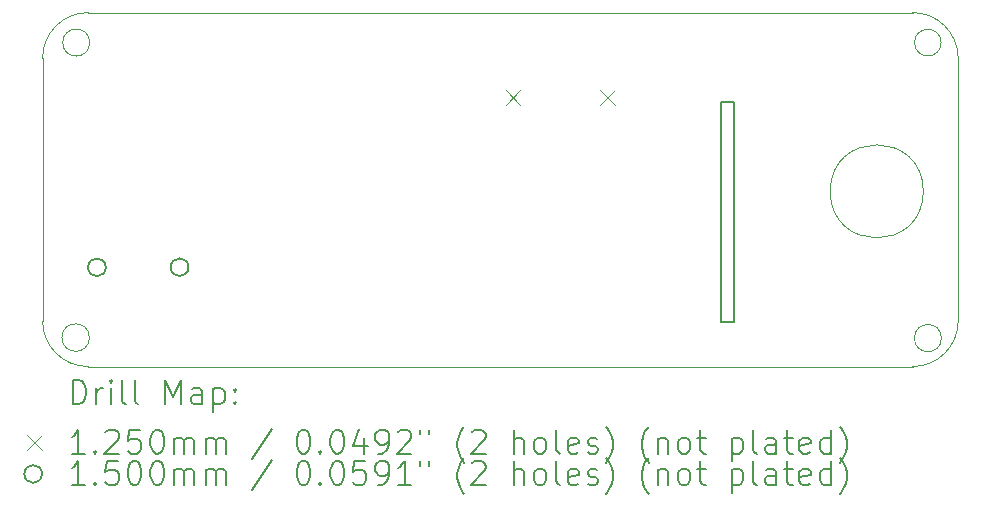
<source format=gbr>
%TF.GenerationSoftware,KiCad,Pcbnew,8.0.7-8.0.7-0~ubuntu22.04.1*%
%TF.CreationDate,2024-12-28T00:37:08+00:00*%
%TF.ProjectId,numcalcium,6e756d63-616c-4636-9975-6d2e6b696361,rev?*%
%TF.SameCoordinates,Original*%
%TF.FileFunction,Drillmap*%
%TF.FilePolarity,Positive*%
%FSLAX45Y45*%
G04 Gerber Fmt 4.5, Leading zero omitted, Abs format (unit mm)*
G04 Created by KiCad (PCBNEW 8.0.7-8.0.7-0~ubuntu22.04.1) date 2024-12-28 00:37:08*
%MOMM*%
%LPD*%
G01*
G04 APERTURE LIST*
%ADD10C,0.150000*%
%ADD11C,0.100000*%
%ADD12C,0.200000*%
%ADD13C,0.125000*%
G04 APERTURE END LIST*
D10*
X5772677Y2519260D02*
X5876817Y2519260D01*
X5876817Y659980D01*
X5772677Y659980D01*
X5772677Y2519260D01*
D11*
X25644Y2889749D02*
G75*
G02*
X411899Y3276004I386255J0D01*
G01*
X7777899Y2889749D02*
X7777899Y665060D01*
X7391644Y3276004D02*
X411899Y3276004D01*
X7777899Y665060D02*
G75*
G02*
X7391644Y278805I-386269J14D01*
G01*
X7391644Y278804D02*
X411899Y278804D01*
X25644Y2889749D02*
X25644Y665060D01*
X425184Y3022004D02*
G75*
G02*
X196353Y3022004I-114416J0D01*
G01*
X196353Y3022004D02*
G75*
G02*
X425184Y3022004I114416J0D01*
G01*
X7632944Y3022004D02*
G75*
G02*
X7408292Y3022004I-112326J0D01*
G01*
X7408292Y3022004D02*
G75*
G02*
X7632944Y3022004I112326J0D01*
G01*
X421972Y524394D02*
G75*
G02*
X189089Y524394I-116441J0D01*
G01*
X189089Y524394D02*
G75*
G02*
X421972Y524394I116441J0D01*
G01*
X411899Y278804D02*
G75*
G02*
X25644Y665060I-1J386255D01*
G01*
X7391644Y3276004D02*
G75*
G02*
X7777903Y2889749I5J-386254D01*
G01*
X7636109Y520104D02*
G75*
G02*
X7406434Y520104I-114837J0D01*
G01*
X7406434Y520104D02*
G75*
G02*
X7636109Y520104I114837J0D01*
G01*
X7482667Y1762340D02*
G75*
G02*
X6694311Y1762340I-394178J0D01*
G01*
X6694311Y1762340D02*
G75*
G02*
X7482667Y1762340I394178J0D01*
G01*
D12*
D13*
X3946039Y2616600D02*
X4071039Y2491600D01*
X4071039Y2616600D02*
X3946039Y2491600D01*
X4744039Y2616600D02*
X4869039Y2491600D01*
X4869039Y2616600D02*
X4744039Y2491600D01*
D10*
X560659Y1119600D02*
G75*
G02*
X410659Y1119600I-75000J0D01*
G01*
X410659Y1119600D02*
G75*
G02*
X560659Y1119600I75000J0D01*
G01*
X1260659Y1119600D02*
G75*
G02*
X1110659Y1119600I-75000J0D01*
G01*
X1110659Y1119600D02*
G75*
G02*
X1260659Y1119600I75000J0D01*
G01*
D12*
X281421Y-37679D02*
X281421Y162321D01*
X281421Y162321D02*
X329040Y162321D01*
X329040Y162321D02*
X357611Y152797D01*
X357611Y152797D02*
X376659Y133749D01*
X376659Y133749D02*
X386183Y114701D01*
X386183Y114701D02*
X395706Y76606D01*
X395706Y76606D02*
X395706Y48035D01*
X395706Y48035D02*
X386183Y9940D01*
X386183Y9940D02*
X376659Y-9108D01*
X376659Y-9108D02*
X357611Y-28156D01*
X357611Y-28156D02*
X329040Y-37679D01*
X329040Y-37679D02*
X281421Y-37679D01*
X481421Y-37679D02*
X481421Y95654D01*
X481421Y57559D02*
X490944Y76606D01*
X490944Y76606D02*
X500468Y86130D01*
X500468Y86130D02*
X519516Y95654D01*
X519516Y95654D02*
X538564Y95654D01*
X605230Y-37679D02*
X605230Y95654D01*
X605230Y162321D02*
X595706Y152797D01*
X595706Y152797D02*
X605230Y143273D01*
X605230Y143273D02*
X614754Y152797D01*
X614754Y152797D02*
X605230Y162321D01*
X605230Y162321D02*
X605230Y143273D01*
X729040Y-37679D02*
X709992Y-28156D01*
X709992Y-28156D02*
X700468Y-9108D01*
X700468Y-9108D02*
X700468Y162321D01*
X833802Y-37679D02*
X814754Y-28156D01*
X814754Y-28156D02*
X805230Y-9108D01*
X805230Y-9108D02*
X805230Y162321D01*
X1062373Y-37679D02*
X1062373Y162321D01*
X1062373Y162321D02*
X1129040Y19463D01*
X1129040Y19463D02*
X1195706Y162321D01*
X1195706Y162321D02*
X1195706Y-37679D01*
X1376659Y-37679D02*
X1376659Y67082D01*
X1376659Y67082D02*
X1367135Y86130D01*
X1367135Y86130D02*
X1348087Y95654D01*
X1348087Y95654D02*
X1309992Y95654D01*
X1309992Y95654D02*
X1290945Y86130D01*
X1376659Y-28156D02*
X1357611Y-37679D01*
X1357611Y-37679D02*
X1309992Y-37679D01*
X1309992Y-37679D02*
X1290945Y-28156D01*
X1290945Y-28156D02*
X1281421Y-9108D01*
X1281421Y-9108D02*
X1281421Y9940D01*
X1281421Y9940D02*
X1290945Y28987D01*
X1290945Y28987D02*
X1309992Y38511D01*
X1309992Y38511D02*
X1357611Y38511D01*
X1357611Y38511D02*
X1376659Y48035D01*
X1471897Y95654D02*
X1471897Y-104346D01*
X1471897Y86130D02*
X1490944Y95654D01*
X1490944Y95654D02*
X1529040Y95654D01*
X1529040Y95654D02*
X1548087Y86130D01*
X1548087Y86130D02*
X1557611Y76606D01*
X1557611Y76606D02*
X1567135Y57559D01*
X1567135Y57559D02*
X1567135Y416D01*
X1567135Y416D02*
X1557611Y-18632D01*
X1557611Y-18632D02*
X1548087Y-28156D01*
X1548087Y-28156D02*
X1529040Y-37679D01*
X1529040Y-37679D02*
X1490944Y-37679D01*
X1490944Y-37679D02*
X1471897Y-28156D01*
X1652849Y-18632D02*
X1662373Y-28156D01*
X1662373Y-28156D02*
X1652849Y-37679D01*
X1652849Y-37679D02*
X1643325Y-28156D01*
X1643325Y-28156D02*
X1652849Y-18632D01*
X1652849Y-18632D02*
X1652849Y-37679D01*
X1652849Y86130D02*
X1662373Y76606D01*
X1662373Y76606D02*
X1652849Y67082D01*
X1652849Y67082D02*
X1643325Y76606D01*
X1643325Y76606D02*
X1652849Y86130D01*
X1652849Y86130D02*
X1652849Y67082D01*
D13*
X-104356Y-303696D02*
X20644Y-428696D01*
X20644Y-303696D02*
X-104356Y-428696D01*
D12*
X386183Y-457679D02*
X271897Y-457679D01*
X329040Y-457679D02*
X329040Y-257679D01*
X329040Y-257679D02*
X309992Y-286251D01*
X309992Y-286251D02*
X290945Y-305298D01*
X290945Y-305298D02*
X271897Y-314822D01*
X471897Y-438632D02*
X481421Y-448156D01*
X481421Y-448156D02*
X471897Y-457679D01*
X471897Y-457679D02*
X462373Y-448156D01*
X462373Y-448156D02*
X471897Y-438632D01*
X471897Y-438632D02*
X471897Y-457679D01*
X557611Y-276727D02*
X567135Y-267203D01*
X567135Y-267203D02*
X586183Y-257679D01*
X586183Y-257679D02*
X633802Y-257679D01*
X633802Y-257679D02*
X652849Y-267203D01*
X652849Y-267203D02*
X662373Y-276727D01*
X662373Y-276727D02*
X671897Y-295775D01*
X671897Y-295775D02*
X671897Y-314822D01*
X671897Y-314822D02*
X662373Y-343394D01*
X662373Y-343394D02*
X548087Y-457679D01*
X548087Y-457679D02*
X671897Y-457679D01*
X852849Y-257679D02*
X757611Y-257679D01*
X757611Y-257679D02*
X748087Y-352917D01*
X748087Y-352917D02*
X757611Y-343394D01*
X757611Y-343394D02*
X776659Y-333870D01*
X776659Y-333870D02*
X824278Y-333870D01*
X824278Y-333870D02*
X843325Y-343394D01*
X843325Y-343394D02*
X852849Y-352917D01*
X852849Y-352917D02*
X862373Y-371965D01*
X862373Y-371965D02*
X862373Y-419584D01*
X862373Y-419584D02*
X852849Y-438632D01*
X852849Y-438632D02*
X843325Y-448156D01*
X843325Y-448156D02*
X824278Y-457679D01*
X824278Y-457679D02*
X776659Y-457679D01*
X776659Y-457679D02*
X757611Y-448156D01*
X757611Y-448156D02*
X748087Y-438632D01*
X986183Y-257679D02*
X1005230Y-257679D01*
X1005230Y-257679D02*
X1024278Y-267203D01*
X1024278Y-267203D02*
X1033802Y-276727D01*
X1033802Y-276727D02*
X1043325Y-295775D01*
X1043325Y-295775D02*
X1052849Y-333870D01*
X1052849Y-333870D02*
X1052849Y-381489D01*
X1052849Y-381489D02*
X1043325Y-419584D01*
X1043325Y-419584D02*
X1033802Y-438632D01*
X1033802Y-438632D02*
X1024278Y-448156D01*
X1024278Y-448156D02*
X1005230Y-457679D01*
X1005230Y-457679D02*
X986183Y-457679D01*
X986183Y-457679D02*
X967135Y-448156D01*
X967135Y-448156D02*
X957611Y-438632D01*
X957611Y-438632D02*
X948087Y-419584D01*
X948087Y-419584D02*
X938564Y-381489D01*
X938564Y-381489D02*
X938564Y-333870D01*
X938564Y-333870D02*
X948087Y-295775D01*
X948087Y-295775D02*
X957611Y-276727D01*
X957611Y-276727D02*
X967135Y-267203D01*
X967135Y-267203D02*
X986183Y-257679D01*
X1138564Y-457679D02*
X1138564Y-324346D01*
X1138564Y-343394D02*
X1148087Y-333870D01*
X1148087Y-333870D02*
X1167135Y-324346D01*
X1167135Y-324346D02*
X1195707Y-324346D01*
X1195707Y-324346D02*
X1214754Y-333870D01*
X1214754Y-333870D02*
X1224278Y-352917D01*
X1224278Y-352917D02*
X1224278Y-457679D01*
X1224278Y-352917D02*
X1233802Y-333870D01*
X1233802Y-333870D02*
X1252849Y-324346D01*
X1252849Y-324346D02*
X1281421Y-324346D01*
X1281421Y-324346D02*
X1300468Y-333870D01*
X1300468Y-333870D02*
X1309992Y-352917D01*
X1309992Y-352917D02*
X1309992Y-457679D01*
X1405230Y-457679D02*
X1405230Y-324346D01*
X1405230Y-343394D02*
X1414754Y-333870D01*
X1414754Y-333870D02*
X1433802Y-324346D01*
X1433802Y-324346D02*
X1462373Y-324346D01*
X1462373Y-324346D02*
X1481421Y-333870D01*
X1481421Y-333870D02*
X1490945Y-352917D01*
X1490945Y-352917D02*
X1490945Y-457679D01*
X1490945Y-352917D02*
X1500468Y-333870D01*
X1500468Y-333870D02*
X1519516Y-324346D01*
X1519516Y-324346D02*
X1548087Y-324346D01*
X1548087Y-324346D02*
X1567135Y-333870D01*
X1567135Y-333870D02*
X1576659Y-352917D01*
X1576659Y-352917D02*
X1576659Y-457679D01*
X1967135Y-248156D02*
X1795707Y-505298D01*
X2224278Y-257679D02*
X2243326Y-257679D01*
X2243326Y-257679D02*
X2262373Y-267203D01*
X2262373Y-267203D02*
X2271897Y-276727D01*
X2271897Y-276727D02*
X2281421Y-295775D01*
X2281421Y-295775D02*
X2290945Y-333870D01*
X2290945Y-333870D02*
X2290945Y-381489D01*
X2290945Y-381489D02*
X2281421Y-419584D01*
X2281421Y-419584D02*
X2271897Y-438632D01*
X2271897Y-438632D02*
X2262373Y-448156D01*
X2262373Y-448156D02*
X2243326Y-457679D01*
X2243326Y-457679D02*
X2224278Y-457679D01*
X2224278Y-457679D02*
X2205230Y-448156D01*
X2205230Y-448156D02*
X2195707Y-438632D01*
X2195707Y-438632D02*
X2186183Y-419584D01*
X2186183Y-419584D02*
X2176659Y-381489D01*
X2176659Y-381489D02*
X2176659Y-333870D01*
X2176659Y-333870D02*
X2186183Y-295775D01*
X2186183Y-295775D02*
X2195707Y-276727D01*
X2195707Y-276727D02*
X2205230Y-267203D01*
X2205230Y-267203D02*
X2224278Y-257679D01*
X2376659Y-438632D02*
X2386183Y-448156D01*
X2386183Y-448156D02*
X2376659Y-457679D01*
X2376659Y-457679D02*
X2367135Y-448156D01*
X2367135Y-448156D02*
X2376659Y-438632D01*
X2376659Y-438632D02*
X2376659Y-457679D01*
X2509992Y-257679D02*
X2529040Y-257679D01*
X2529040Y-257679D02*
X2548088Y-267203D01*
X2548088Y-267203D02*
X2557611Y-276727D01*
X2557611Y-276727D02*
X2567135Y-295775D01*
X2567135Y-295775D02*
X2576659Y-333870D01*
X2576659Y-333870D02*
X2576659Y-381489D01*
X2576659Y-381489D02*
X2567135Y-419584D01*
X2567135Y-419584D02*
X2557611Y-438632D01*
X2557611Y-438632D02*
X2548088Y-448156D01*
X2548088Y-448156D02*
X2529040Y-457679D01*
X2529040Y-457679D02*
X2509992Y-457679D01*
X2509992Y-457679D02*
X2490945Y-448156D01*
X2490945Y-448156D02*
X2481421Y-438632D01*
X2481421Y-438632D02*
X2471897Y-419584D01*
X2471897Y-419584D02*
X2462373Y-381489D01*
X2462373Y-381489D02*
X2462373Y-333870D01*
X2462373Y-333870D02*
X2471897Y-295775D01*
X2471897Y-295775D02*
X2481421Y-276727D01*
X2481421Y-276727D02*
X2490945Y-267203D01*
X2490945Y-267203D02*
X2509992Y-257679D01*
X2748088Y-324346D02*
X2748088Y-457679D01*
X2700469Y-248156D02*
X2652850Y-391013D01*
X2652850Y-391013D02*
X2776659Y-391013D01*
X2862373Y-457679D02*
X2900468Y-457679D01*
X2900468Y-457679D02*
X2919516Y-448156D01*
X2919516Y-448156D02*
X2929040Y-438632D01*
X2929040Y-438632D02*
X2948088Y-410060D01*
X2948088Y-410060D02*
X2957611Y-371965D01*
X2957611Y-371965D02*
X2957611Y-295775D01*
X2957611Y-295775D02*
X2948088Y-276727D01*
X2948088Y-276727D02*
X2938564Y-267203D01*
X2938564Y-267203D02*
X2919516Y-257679D01*
X2919516Y-257679D02*
X2881421Y-257679D01*
X2881421Y-257679D02*
X2862373Y-267203D01*
X2862373Y-267203D02*
X2852849Y-276727D01*
X2852849Y-276727D02*
X2843326Y-295775D01*
X2843326Y-295775D02*
X2843326Y-343394D01*
X2843326Y-343394D02*
X2852849Y-362441D01*
X2852849Y-362441D02*
X2862373Y-371965D01*
X2862373Y-371965D02*
X2881421Y-381489D01*
X2881421Y-381489D02*
X2919516Y-381489D01*
X2919516Y-381489D02*
X2938564Y-371965D01*
X2938564Y-371965D02*
X2948088Y-362441D01*
X2948088Y-362441D02*
X2957611Y-343394D01*
X3033802Y-276727D02*
X3043326Y-267203D01*
X3043326Y-267203D02*
X3062373Y-257679D01*
X3062373Y-257679D02*
X3109992Y-257679D01*
X3109992Y-257679D02*
X3129040Y-267203D01*
X3129040Y-267203D02*
X3138564Y-276727D01*
X3138564Y-276727D02*
X3148088Y-295775D01*
X3148088Y-295775D02*
X3148088Y-314822D01*
X3148088Y-314822D02*
X3138564Y-343394D01*
X3138564Y-343394D02*
X3024278Y-457679D01*
X3024278Y-457679D02*
X3148088Y-457679D01*
X3224278Y-257679D02*
X3224278Y-295775D01*
X3300469Y-257679D02*
X3300469Y-295775D01*
X3595707Y-533870D02*
X3586183Y-524346D01*
X3586183Y-524346D02*
X3567135Y-495775D01*
X3567135Y-495775D02*
X3557611Y-476727D01*
X3557611Y-476727D02*
X3548088Y-448156D01*
X3548088Y-448156D02*
X3538564Y-400536D01*
X3538564Y-400536D02*
X3538564Y-362441D01*
X3538564Y-362441D02*
X3548088Y-314822D01*
X3548088Y-314822D02*
X3557611Y-286251D01*
X3557611Y-286251D02*
X3567135Y-267203D01*
X3567135Y-267203D02*
X3586183Y-238632D01*
X3586183Y-238632D02*
X3595707Y-229108D01*
X3662373Y-276727D02*
X3671897Y-267203D01*
X3671897Y-267203D02*
X3690945Y-257679D01*
X3690945Y-257679D02*
X3738564Y-257679D01*
X3738564Y-257679D02*
X3757611Y-267203D01*
X3757611Y-267203D02*
X3767135Y-276727D01*
X3767135Y-276727D02*
X3776659Y-295775D01*
X3776659Y-295775D02*
X3776659Y-314822D01*
X3776659Y-314822D02*
X3767135Y-343394D01*
X3767135Y-343394D02*
X3652850Y-457679D01*
X3652850Y-457679D02*
X3776659Y-457679D01*
X4014754Y-457679D02*
X4014754Y-257679D01*
X4100469Y-457679D02*
X4100469Y-352917D01*
X4100469Y-352917D02*
X4090945Y-333870D01*
X4090945Y-333870D02*
X4071897Y-324346D01*
X4071897Y-324346D02*
X4043326Y-324346D01*
X4043326Y-324346D02*
X4024278Y-333870D01*
X4024278Y-333870D02*
X4014754Y-343394D01*
X4224278Y-457679D02*
X4205231Y-448156D01*
X4205231Y-448156D02*
X4195707Y-438632D01*
X4195707Y-438632D02*
X4186183Y-419584D01*
X4186183Y-419584D02*
X4186183Y-362441D01*
X4186183Y-362441D02*
X4195707Y-343394D01*
X4195707Y-343394D02*
X4205231Y-333870D01*
X4205231Y-333870D02*
X4224278Y-324346D01*
X4224278Y-324346D02*
X4252850Y-324346D01*
X4252850Y-324346D02*
X4271897Y-333870D01*
X4271897Y-333870D02*
X4281421Y-343394D01*
X4281421Y-343394D02*
X4290945Y-362441D01*
X4290945Y-362441D02*
X4290945Y-419584D01*
X4290945Y-419584D02*
X4281421Y-438632D01*
X4281421Y-438632D02*
X4271897Y-448156D01*
X4271897Y-448156D02*
X4252850Y-457679D01*
X4252850Y-457679D02*
X4224278Y-457679D01*
X4405231Y-457679D02*
X4386183Y-448156D01*
X4386183Y-448156D02*
X4376659Y-429108D01*
X4376659Y-429108D02*
X4376659Y-257679D01*
X4557612Y-448156D02*
X4538564Y-457679D01*
X4538564Y-457679D02*
X4500469Y-457679D01*
X4500469Y-457679D02*
X4481421Y-448156D01*
X4481421Y-448156D02*
X4471897Y-429108D01*
X4471897Y-429108D02*
X4471897Y-352917D01*
X4471897Y-352917D02*
X4481421Y-333870D01*
X4481421Y-333870D02*
X4500469Y-324346D01*
X4500469Y-324346D02*
X4538564Y-324346D01*
X4538564Y-324346D02*
X4557612Y-333870D01*
X4557612Y-333870D02*
X4567135Y-352917D01*
X4567135Y-352917D02*
X4567135Y-371965D01*
X4567135Y-371965D02*
X4471897Y-391013D01*
X4643326Y-448156D02*
X4662374Y-457679D01*
X4662374Y-457679D02*
X4700469Y-457679D01*
X4700469Y-457679D02*
X4719516Y-448156D01*
X4719516Y-448156D02*
X4729040Y-429108D01*
X4729040Y-429108D02*
X4729040Y-419584D01*
X4729040Y-419584D02*
X4719516Y-400536D01*
X4719516Y-400536D02*
X4700469Y-391013D01*
X4700469Y-391013D02*
X4671897Y-391013D01*
X4671897Y-391013D02*
X4652850Y-381489D01*
X4652850Y-381489D02*
X4643326Y-362441D01*
X4643326Y-362441D02*
X4643326Y-352917D01*
X4643326Y-352917D02*
X4652850Y-333870D01*
X4652850Y-333870D02*
X4671897Y-324346D01*
X4671897Y-324346D02*
X4700469Y-324346D01*
X4700469Y-324346D02*
X4719516Y-333870D01*
X4795707Y-533870D02*
X4805231Y-524346D01*
X4805231Y-524346D02*
X4824278Y-495775D01*
X4824278Y-495775D02*
X4833802Y-476727D01*
X4833802Y-476727D02*
X4843326Y-448156D01*
X4843326Y-448156D02*
X4852850Y-400536D01*
X4852850Y-400536D02*
X4852850Y-362441D01*
X4852850Y-362441D02*
X4843326Y-314822D01*
X4843326Y-314822D02*
X4833802Y-286251D01*
X4833802Y-286251D02*
X4824278Y-267203D01*
X4824278Y-267203D02*
X4805231Y-238632D01*
X4805231Y-238632D02*
X4795707Y-229108D01*
X5157612Y-533870D02*
X5148088Y-524346D01*
X5148088Y-524346D02*
X5129040Y-495775D01*
X5129040Y-495775D02*
X5119516Y-476727D01*
X5119516Y-476727D02*
X5109993Y-448156D01*
X5109993Y-448156D02*
X5100469Y-400536D01*
X5100469Y-400536D02*
X5100469Y-362441D01*
X5100469Y-362441D02*
X5109993Y-314822D01*
X5109993Y-314822D02*
X5119516Y-286251D01*
X5119516Y-286251D02*
X5129040Y-267203D01*
X5129040Y-267203D02*
X5148088Y-238632D01*
X5148088Y-238632D02*
X5157612Y-229108D01*
X5233802Y-324346D02*
X5233802Y-457679D01*
X5233802Y-343394D02*
X5243326Y-333870D01*
X5243326Y-333870D02*
X5262374Y-324346D01*
X5262374Y-324346D02*
X5290945Y-324346D01*
X5290945Y-324346D02*
X5309993Y-333870D01*
X5309993Y-333870D02*
X5319516Y-352917D01*
X5319516Y-352917D02*
X5319516Y-457679D01*
X5443326Y-457679D02*
X5424278Y-448156D01*
X5424278Y-448156D02*
X5414755Y-438632D01*
X5414755Y-438632D02*
X5405231Y-419584D01*
X5405231Y-419584D02*
X5405231Y-362441D01*
X5405231Y-362441D02*
X5414755Y-343394D01*
X5414755Y-343394D02*
X5424278Y-333870D01*
X5424278Y-333870D02*
X5443326Y-324346D01*
X5443326Y-324346D02*
X5471897Y-324346D01*
X5471897Y-324346D02*
X5490945Y-333870D01*
X5490945Y-333870D02*
X5500469Y-343394D01*
X5500469Y-343394D02*
X5509993Y-362441D01*
X5509993Y-362441D02*
X5509993Y-419584D01*
X5509993Y-419584D02*
X5500469Y-438632D01*
X5500469Y-438632D02*
X5490945Y-448156D01*
X5490945Y-448156D02*
X5471897Y-457679D01*
X5471897Y-457679D02*
X5443326Y-457679D01*
X5567136Y-324346D02*
X5643326Y-324346D01*
X5595707Y-257679D02*
X5595707Y-429108D01*
X5595707Y-429108D02*
X5605231Y-448156D01*
X5605231Y-448156D02*
X5624278Y-457679D01*
X5624278Y-457679D02*
X5643326Y-457679D01*
X5862374Y-324346D02*
X5862374Y-524346D01*
X5862374Y-333870D02*
X5881421Y-324346D01*
X5881421Y-324346D02*
X5919516Y-324346D01*
X5919516Y-324346D02*
X5938564Y-333870D01*
X5938564Y-333870D02*
X5948088Y-343394D01*
X5948088Y-343394D02*
X5957612Y-362441D01*
X5957612Y-362441D02*
X5957612Y-419584D01*
X5957612Y-419584D02*
X5948088Y-438632D01*
X5948088Y-438632D02*
X5938564Y-448156D01*
X5938564Y-448156D02*
X5919516Y-457679D01*
X5919516Y-457679D02*
X5881421Y-457679D01*
X5881421Y-457679D02*
X5862374Y-448156D01*
X6071897Y-457679D02*
X6052850Y-448156D01*
X6052850Y-448156D02*
X6043326Y-429108D01*
X6043326Y-429108D02*
X6043326Y-257679D01*
X6233802Y-457679D02*
X6233802Y-352917D01*
X6233802Y-352917D02*
X6224278Y-333870D01*
X6224278Y-333870D02*
X6205231Y-324346D01*
X6205231Y-324346D02*
X6167135Y-324346D01*
X6167135Y-324346D02*
X6148088Y-333870D01*
X6233802Y-448156D02*
X6214755Y-457679D01*
X6214755Y-457679D02*
X6167135Y-457679D01*
X6167135Y-457679D02*
X6148088Y-448156D01*
X6148088Y-448156D02*
X6138564Y-429108D01*
X6138564Y-429108D02*
X6138564Y-410060D01*
X6138564Y-410060D02*
X6148088Y-391013D01*
X6148088Y-391013D02*
X6167135Y-381489D01*
X6167135Y-381489D02*
X6214755Y-381489D01*
X6214755Y-381489D02*
X6233802Y-371965D01*
X6300469Y-324346D02*
X6376659Y-324346D01*
X6329040Y-257679D02*
X6329040Y-429108D01*
X6329040Y-429108D02*
X6338564Y-448156D01*
X6338564Y-448156D02*
X6357612Y-457679D01*
X6357612Y-457679D02*
X6376659Y-457679D01*
X6519516Y-448156D02*
X6500469Y-457679D01*
X6500469Y-457679D02*
X6462374Y-457679D01*
X6462374Y-457679D02*
X6443326Y-448156D01*
X6443326Y-448156D02*
X6433802Y-429108D01*
X6433802Y-429108D02*
X6433802Y-352917D01*
X6433802Y-352917D02*
X6443326Y-333870D01*
X6443326Y-333870D02*
X6462374Y-324346D01*
X6462374Y-324346D02*
X6500469Y-324346D01*
X6500469Y-324346D02*
X6519516Y-333870D01*
X6519516Y-333870D02*
X6529040Y-352917D01*
X6529040Y-352917D02*
X6529040Y-371965D01*
X6529040Y-371965D02*
X6433802Y-391013D01*
X6700469Y-457679D02*
X6700469Y-257679D01*
X6700469Y-448156D02*
X6681421Y-457679D01*
X6681421Y-457679D02*
X6643326Y-457679D01*
X6643326Y-457679D02*
X6624278Y-448156D01*
X6624278Y-448156D02*
X6614755Y-438632D01*
X6614755Y-438632D02*
X6605231Y-419584D01*
X6605231Y-419584D02*
X6605231Y-362441D01*
X6605231Y-362441D02*
X6614755Y-343394D01*
X6614755Y-343394D02*
X6624278Y-333870D01*
X6624278Y-333870D02*
X6643326Y-324346D01*
X6643326Y-324346D02*
X6681421Y-324346D01*
X6681421Y-324346D02*
X6700469Y-333870D01*
X6776659Y-533870D02*
X6786183Y-524346D01*
X6786183Y-524346D02*
X6805231Y-495775D01*
X6805231Y-495775D02*
X6814755Y-476727D01*
X6814755Y-476727D02*
X6824278Y-448156D01*
X6824278Y-448156D02*
X6833802Y-400536D01*
X6833802Y-400536D02*
X6833802Y-362441D01*
X6833802Y-362441D02*
X6824278Y-314822D01*
X6824278Y-314822D02*
X6814755Y-286251D01*
X6814755Y-286251D02*
X6805231Y-267203D01*
X6805231Y-267203D02*
X6786183Y-238632D01*
X6786183Y-238632D02*
X6776659Y-229108D01*
D10*
X20644Y-630196D02*
G75*
G02*
X-129356Y-630196I-75000J0D01*
G01*
X-129356Y-630196D02*
G75*
G02*
X20644Y-630196I75000J0D01*
G01*
D12*
X386183Y-721679D02*
X271897Y-721679D01*
X329040Y-721679D02*
X329040Y-521679D01*
X329040Y-521679D02*
X309992Y-550251D01*
X309992Y-550251D02*
X290945Y-569298D01*
X290945Y-569298D02*
X271897Y-578822D01*
X471897Y-702632D02*
X481421Y-712156D01*
X481421Y-712156D02*
X471897Y-721679D01*
X471897Y-721679D02*
X462373Y-712156D01*
X462373Y-712156D02*
X471897Y-702632D01*
X471897Y-702632D02*
X471897Y-721679D01*
X662373Y-521679D02*
X567135Y-521679D01*
X567135Y-521679D02*
X557611Y-616918D01*
X557611Y-616918D02*
X567135Y-607394D01*
X567135Y-607394D02*
X586183Y-597870D01*
X586183Y-597870D02*
X633802Y-597870D01*
X633802Y-597870D02*
X652849Y-607394D01*
X652849Y-607394D02*
X662373Y-616918D01*
X662373Y-616918D02*
X671897Y-635965D01*
X671897Y-635965D02*
X671897Y-683584D01*
X671897Y-683584D02*
X662373Y-702632D01*
X662373Y-702632D02*
X652849Y-712156D01*
X652849Y-712156D02*
X633802Y-721679D01*
X633802Y-721679D02*
X586183Y-721679D01*
X586183Y-721679D02*
X567135Y-712156D01*
X567135Y-712156D02*
X557611Y-702632D01*
X795706Y-521679D02*
X814754Y-521679D01*
X814754Y-521679D02*
X833802Y-531203D01*
X833802Y-531203D02*
X843325Y-540727D01*
X843325Y-540727D02*
X852849Y-559775D01*
X852849Y-559775D02*
X862373Y-597870D01*
X862373Y-597870D02*
X862373Y-645489D01*
X862373Y-645489D02*
X852849Y-683584D01*
X852849Y-683584D02*
X843325Y-702632D01*
X843325Y-702632D02*
X833802Y-712156D01*
X833802Y-712156D02*
X814754Y-721679D01*
X814754Y-721679D02*
X795706Y-721679D01*
X795706Y-721679D02*
X776659Y-712156D01*
X776659Y-712156D02*
X767135Y-702632D01*
X767135Y-702632D02*
X757611Y-683584D01*
X757611Y-683584D02*
X748087Y-645489D01*
X748087Y-645489D02*
X748087Y-597870D01*
X748087Y-597870D02*
X757611Y-559775D01*
X757611Y-559775D02*
X767135Y-540727D01*
X767135Y-540727D02*
X776659Y-531203D01*
X776659Y-531203D02*
X795706Y-521679D01*
X986183Y-521679D02*
X1005230Y-521679D01*
X1005230Y-521679D02*
X1024278Y-531203D01*
X1024278Y-531203D02*
X1033802Y-540727D01*
X1033802Y-540727D02*
X1043325Y-559775D01*
X1043325Y-559775D02*
X1052849Y-597870D01*
X1052849Y-597870D02*
X1052849Y-645489D01*
X1052849Y-645489D02*
X1043325Y-683584D01*
X1043325Y-683584D02*
X1033802Y-702632D01*
X1033802Y-702632D02*
X1024278Y-712156D01*
X1024278Y-712156D02*
X1005230Y-721679D01*
X1005230Y-721679D02*
X986183Y-721679D01*
X986183Y-721679D02*
X967135Y-712156D01*
X967135Y-712156D02*
X957611Y-702632D01*
X957611Y-702632D02*
X948087Y-683584D01*
X948087Y-683584D02*
X938564Y-645489D01*
X938564Y-645489D02*
X938564Y-597870D01*
X938564Y-597870D02*
X948087Y-559775D01*
X948087Y-559775D02*
X957611Y-540727D01*
X957611Y-540727D02*
X967135Y-531203D01*
X967135Y-531203D02*
X986183Y-521679D01*
X1138564Y-721679D02*
X1138564Y-588346D01*
X1138564Y-607394D02*
X1148087Y-597870D01*
X1148087Y-597870D02*
X1167135Y-588346D01*
X1167135Y-588346D02*
X1195707Y-588346D01*
X1195707Y-588346D02*
X1214754Y-597870D01*
X1214754Y-597870D02*
X1224278Y-616918D01*
X1224278Y-616918D02*
X1224278Y-721679D01*
X1224278Y-616918D02*
X1233802Y-597870D01*
X1233802Y-597870D02*
X1252849Y-588346D01*
X1252849Y-588346D02*
X1281421Y-588346D01*
X1281421Y-588346D02*
X1300468Y-597870D01*
X1300468Y-597870D02*
X1309992Y-616918D01*
X1309992Y-616918D02*
X1309992Y-721679D01*
X1405230Y-721679D02*
X1405230Y-588346D01*
X1405230Y-607394D02*
X1414754Y-597870D01*
X1414754Y-597870D02*
X1433802Y-588346D01*
X1433802Y-588346D02*
X1462373Y-588346D01*
X1462373Y-588346D02*
X1481421Y-597870D01*
X1481421Y-597870D02*
X1490945Y-616918D01*
X1490945Y-616918D02*
X1490945Y-721679D01*
X1490945Y-616918D02*
X1500468Y-597870D01*
X1500468Y-597870D02*
X1519516Y-588346D01*
X1519516Y-588346D02*
X1548087Y-588346D01*
X1548087Y-588346D02*
X1567135Y-597870D01*
X1567135Y-597870D02*
X1576659Y-616918D01*
X1576659Y-616918D02*
X1576659Y-721679D01*
X1967135Y-512156D02*
X1795707Y-769298D01*
X2224278Y-521679D02*
X2243326Y-521679D01*
X2243326Y-521679D02*
X2262373Y-531203D01*
X2262373Y-531203D02*
X2271897Y-540727D01*
X2271897Y-540727D02*
X2281421Y-559775D01*
X2281421Y-559775D02*
X2290945Y-597870D01*
X2290945Y-597870D02*
X2290945Y-645489D01*
X2290945Y-645489D02*
X2281421Y-683584D01*
X2281421Y-683584D02*
X2271897Y-702632D01*
X2271897Y-702632D02*
X2262373Y-712156D01*
X2262373Y-712156D02*
X2243326Y-721679D01*
X2243326Y-721679D02*
X2224278Y-721679D01*
X2224278Y-721679D02*
X2205230Y-712156D01*
X2205230Y-712156D02*
X2195707Y-702632D01*
X2195707Y-702632D02*
X2186183Y-683584D01*
X2186183Y-683584D02*
X2176659Y-645489D01*
X2176659Y-645489D02*
X2176659Y-597870D01*
X2176659Y-597870D02*
X2186183Y-559775D01*
X2186183Y-559775D02*
X2195707Y-540727D01*
X2195707Y-540727D02*
X2205230Y-531203D01*
X2205230Y-531203D02*
X2224278Y-521679D01*
X2376659Y-702632D02*
X2386183Y-712156D01*
X2386183Y-712156D02*
X2376659Y-721679D01*
X2376659Y-721679D02*
X2367135Y-712156D01*
X2367135Y-712156D02*
X2376659Y-702632D01*
X2376659Y-702632D02*
X2376659Y-721679D01*
X2509992Y-521679D02*
X2529040Y-521679D01*
X2529040Y-521679D02*
X2548088Y-531203D01*
X2548088Y-531203D02*
X2557611Y-540727D01*
X2557611Y-540727D02*
X2567135Y-559775D01*
X2567135Y-559775D02*
X2576659Y-597870D01*
X2576659Y-597870D02*
X2576659Y-645489D01*
X2576659Y-645489D02*
X2567135Y-683584D01*
X2567135Y-683584D02*
X2557611Y-702632D01*
X2557611Y-702632D02*
X2548088Y-712156D01*
X2548088Y-712156D02*
X2529040Y-721679D01*
X2529040Y-721679D02*
X2509992Y-721679D01*
X2509992Y-721679D02*
X2490945Y-712156D01*
X2490945Y-712156D02*
X2481421Y-702632D01*
X2481421Y-702632D02*
X2471897Y-683584D01*
X2471897Y-683584D02*
X2462373Y-645489D01*
X2462373Y-645489D02*
X2462373Y-597870D01*
X2462373Y-597870D02*
X2471897Y-559775D01*
X2471897Y-559775D02*
X2481421Y-540727D01*
X2481421Y-540727D02*
X2490945Y-531203D01*
X2490945Y-531203D02*
X2509992Y-521679D01*
X2757611Y-521679D02*
X2662373Y-521679D01*
X2662373Y-521679D02*
X2652850Y-616918D01*
X2652850Y-616918D02*
X2662373Y-607394D01*
X2662373Y-607394D02*
X2681421Y-597870D01*
X2681421Y-597870D02*
X2729040Y-597870D01*
X2729040Y-597870D02*
X2748088Y-607394D01*
X2748088Y-607394D02*
X2757611Y-616918D01*
X2757611Y-616918D02*
X2767135Y-635965D01*
X2767135Y-635965D02*
X2767135Y-683584D01*
X2767135Y-683584D02*
X2757611Y-702632D01*
X2757611Y-702632D02*
X2748088Y-712156D01*
X2748088Y-712156D02*
X2729040Y-721679D01*
X2729040Y-721679D02*
X2681421Y-721679D01*
X2681421Y-721679D02*
X2662373Y-712156D01*
X2662373Y-712156D02*
X2652850Y-702632D01*
X2862373Y-721679D02*
X2900468Y-721679D01*
X2900468Y-721679D02*
X2919516Y-712156D01*
X2919516Y-712156D02*
X2929040Y-702632D01*
X2929040Y-702632D02*
X2948088Y-674060D01*
X2948088Y-674060D02*
X2957611Y-635965D01*
X2957611Y-635965D02*
X2957611Y-559775D01*
X2957611Y-559775D02*
X2948088Y-540727D01*
X2948088Y-540727D02*
X2938564Y-531203D01*
X2938564Y-531203D02*
X2919516Y-521679D01*
X2919516Y-521679D02*
X2881421Y-521679D01*
X2881421Y-521679D02*
X2862373Y-531203D01*
X2862373Y-531203D02*
X2852849Y-540727D01*
X2852849Y-540727D02*
X2843326Y-559775D01*
X2843326Y-559775D02*
X2843326Y-607394D01*
X2843326Y-607394D02*
X2852849Y-626441D01*
X2852849Y-626441D02*
X2862373Y-635965D01*
X2862373Y-635965D02*
X2881421Y-645489D01*
X2881421Y-645489D02*
X2919516Y-645489D01*
X2919516Y-645489D02*
X2938564Y-635965D01*
X2938564Y-635965D02*
X2948088Y-626441D01*
X2948088Y-626441D02*
X2957611Y-607394D01*
X3148088Y-721679D02*
X3033802Y-721679D01*
X3090945Y-721679D02*
X3090945Y-521679D01*
X3090945Y-521679D02*
X3071897Y-550251D01*
X3071897Y-550251D02*
X3052849Y-569298D01*
X3052849Y-569298D02*
X3033802Y-578822D01*
X3224278Y-521679D02*
X3224278Y-559775D01*
X3300469Y-521679D02*
X3300469Y-559775D01*
X3595707Y-797870D02*
X3586183Y-788346D01*
X3586183Y-788346D02*
X3567135Y-759775D01*
X3567135Y-759775D02*
X3557611Y-740727D01*
X3557611Y-740727D02*
X3548088Y-712156D01*
X3548088Y-712156D02*
X3538564Y-664537D01*
X3538564Y-664537D02*
X3538564Y-626441D01*
X3538564Y-626441D02*
X3548088Y-578822D01*
X3548088Y-578822D02*
X3557611Y-550251D01*
X3557611Y-550251D02*
X3567135Y-531203D01*
X3567135Y-531203D02*
X3586183Y-502632D01*
X3586183Y-502632D02*
X3595707Y-493108D01*
X3662373Y-540727D02*
X3671897Y-531203D01*
X3671897Y-531203D02*
X3690945Y-521679D01*
X3690945Y-521679D02*
X3738564Y-521679D01*
X3738564Y-521679D02*
X3757611Y-531203D01*
X3757611Y-531203D02*
X3767135Y-540727D01*
X3767135Y-540727D02*
X3776659Y-559775D01*
X3776659Y-559775D02*
X3776659Y-578822D01*
X3776659Y-578822D02*
X3767135Y-607394D01*
X3767135Y-607394D02*
X3652850Y-721679D01*
X3652850Y-721679D02*
X3776659Y-721679D01*
X4014754Y-721679D02*
X4014754Y-521679D01*
X4100469Y-721679D02*
X4100469Y-616918D01*
X4100469Y-616918D02*
X4090945Y-597870D01*
X4090945Y-597870D02*
X4071897Y-588346D01*
X4071897Y-588346D02*
X4043326Y-588346D01*
X4043326Y-588346D02*
X4024278Y-597870D01*
X4024278Y-597870D02*
X4014754Y-607394D01*
X4224278Y-721679D02*
X4205231Y-712156D01*
X4205231Y-712156D02*
X4195707Y-702632D01*
X4195707Y-702632D02*
X4186183Y-683584D01*
X4186183Y-683584D02*
X4186183Y-626441D01*
X4186183Y-626441D02*
X4195707Y-607394D01*
X4195707Y-607394D02*
X4205231Y-597870D01*
X4205231Y-597870D02*
X4224278Y-588346D01*
X4224278Y-588346D02*
X4252850Y-588346D01*
X4252850Y-588346D02*
X4271897Y-597870D01*
X4271897Y-597870D02*
X4281421Y-607394D01*
X4281421Y-607394D02*
X4290945Y-626441D01*
X4290945Y-626441D02*
X4290945Y-683584D01*
X4290945Y-683584D02*
X4281421Y-702632D01*
X4281421Y-702632D02*
X4271897Y-712156D01*
X4271897Y-712156D02*
X4252850Y-721679D01*
X4252850Y-721679D02*
X4224278Y-721679D01*
X4405231Y-721679D02*
X4386183Y-712156D01*
X4386183Y-712156D02*
X4376659Y-693108D01*
X4376659Y-693108D02*
X4376659Y-521679D01*
X4557612Y-712156D02*
X4538564Y-721679D01*
X4538564Y-721679D02*
X4500469Y-721679D01*
X4500469Y-721679D02*
X4481421Y-712156D01*
X4481421Y-712156D02*
X4471897Y-693108D01*
X4471897Y-693108D02*
X4471897Y-616918D01*
X4471897Y-616918D02*
X4481421Y-597870D01*
X4481421Y-597870D02*
X4500469Y-588346D01*
X4500469Y-588346D02*
X4538564Y-588346D01*
X4538564Y-588346D02*
X4557612Y-597870D01*
X4557612Y-597870D02*
X4567135Y-616918D01*
X4567135Y-616918D02*
X4567135Y-635965D01*
X4567135Y-635965D02*
X4471897Y-655013D01*
X4643326Y-712156D02*
X4662374Y-721679D01*
X4662374Y-721679D02*
X4700469Y-721679D01*
X4700469Y-721679D02*
X4719516Y-712156D01*
X4719516Y-712156D02*
X4729040Y-693108D01*
X4729040Y-693108D02*
X4729040Y-683584D01*
X4729040Y-683584D02*
X4719516Y-664537D01*
X4719516Y-664537D02*
X4700469Y-655013D01*
X4700469Y-655013D02*
X4671897Y-655013D01*
X4671897Y-655013D02*
X4652850Y-645489D01*
X4652850Y-645489D02*
X4643326Y-626441D01*
X4643326Y-626441D02*
X4643326Y-616918D01*
X4643326Y-616918D02*
X4652850Y-597870D01*
X4652850Y-597870D02*
X4671897Y-588346D01*
X4671897Y-588346D02*
X4700469Y-588346D01*
X4700469Y-588346D02*
X4719516Y-597870D01*
X4795707Y-797870D02*
X4805231Y-788346D01*
X4805231Y-788346D02*
X4824278Y-759775D01*
X4824278Y-759775D02*
X4833802Y-740727D01*
X4833802Y-740727D02*
X4843326Y-712156D01*
X4843326Y-712156D02*
X4852850Y-664537D01*
X4852850Y-664537D02*
X4852850Y-626441D01*
X4852850Y-626441D02*
X4843326Y-578822D01*
X4843326Y-578822D02*
X4833802Y-550251D01*
X4833802Y-550251D02*
X4824278Y-531203D01*
X4824278Y-531203D02*
X4805231Y-502632D01*
X4805231Y-502632D02*
X4795707Y-493108D01*
X5157612Y-797870D02*
X5148088Y-788346D01*
X5148088Y-788346D02*
X5129040Y-759775D01*
X5129040Y-759775D02*
X5119516Y-740727D01*
X5119516Y-740727D02*
X5109993Y-712156D01*
X5109993Y-712156D02*
X5100469Y-664537D01*
X5100469Y-664537D02*
X5100469Y-626441D01*
X5100469Y-626441D02*
X5109993Y-578822D01*
X5109993Y-578822D02*
X5119516Y-550251D01*
X5119516Y-550251D02*
X5129040Y-531203D01*
X5129040Y-531203D02*
X5148088Y-502632D01*
X5148088Y-502632D02*
X5157612Y-493108D01*
X5233802Y-588346D02*
X5233802Y-721679D01*
X5233802Y-607394D02*
X5243326Y-597870D01*
X5243326Y-597870D02*
X5262374Y-588346D01*
X5262374Y-588346D02*
X5290945Y-588346D01*
X5290945Y-588346D02*
X5309993Y-597870D01*
X5309993Y-597870D02*
X5319516Y-616918D01*
X5319516Y-616918D02*
X5319516Y-721679D01*
X5443326Y-721679D02*
X5424278Y-712156D01*
X5424278Y-712156D02*
X5414755Y-702632D01*
X5414755Y-702632D02*
X5405231Y-683584D01*
X5405231Y-683584D02*
X5405231Y-626441D01*
X5405231Y-626441D02*
X5414755Y-607394D01*
X5414755Y-607394D02*
X5424278Y-597870D01*
X5424278Y-597870D02*
X5443326Y-588346D01*
X5443326Y-588346D02*
X5471897Y-588346D01*
X5471897Y-588346D02*
X5490945Y-597870D01*
X5490945Y-597870D02*
X5500469Y-607394D01*
X5500469Y-607394D02*
X5509993Y-626441D01*
X5509993Y-626441D02*
X5509993Y-683584D01*
X5509993Y-683584D02*
X5500469Y-702632D01*
X5500469Y-702632D02*
X5490945Y-712156D01*
X5490945Y-712156D02*
X5471897Y-721679D01*
X5471897Y-721679D02*
X5443326Y-721679D01*
X5567136Y-588346D02*
X5643326Y-588346D01*
X5595707Y-521679D02*
X5595707Y-693108D01*
X5595707Y-693108D02*
X5605231Y-712156D01*
X5605231Y-712156D02*
X5624278Y-721679D01*
X5624278Y-721679D02*
X5643326Y-721679D01*
X5862374Y-588346D02*
X5862374Y-788346D01*
X5862374Y-597870D02*
X5881421Y-588346D01*
X5881421Y-588346D02*
X5919516Y-588346D01*
X5919516Y-588346D02*
X5938564Y-597870D01*
X5938564Y-597870D02*
X5948088Y-607394D01*
X5948088Y-607394D02*
X5957612Y-626441D01*
X5957612Y-626441D02*
X5957612Y-683584D01*
X5957612Y-683584D02*
X5948088Y-702632D01*
X5948088Y-702632D02*
X5938564Y-712156D01*
X5938564Y-712156D02*
X5919516Y-721679D01*
X5919516Y-721679D02*
X5881421Y-721679D01*
X5881421Y-721679D02*
X5862374Y-712156D01*
X6071897Y-721679D02*
X6052850Y-712156D01*
X6052850Y-712156D02*
X6043326Y-693108D01*
X6043326Y-693108D02*
X6043326Y-521679D01*
X6233802Y-721679D02*
X6233802Y-616918D01*
X6233802Y-616918D02*
X6224278Y-597870D01*
X6224278Y-597870D02*
X6205231Y-588346D01*
X6205231Y-588346D02*
X6167135Y-588346D01*
X6167135Y-588346D02*
X6148088Y-597870D01*
X6233802Y-712156D02*
X6214755Y-721679D01*
X6214755Y-721679D02*
X6167135Y-721679D01*
X6167135Y-721679D02*
X6148088Y-712156D01*
X6148088Y-712156D02*
X6138564Y-693108D01*
X6138564Y-693108D02*
X6138564Y-674060D01*
X6138564Y-674060D02*
X6148088Y-655013D01*
X6148088Y-655013D02*
X6167135Y-645489D01*
X6167135Y-645489D02*
X6214755Y-645489D01*
X6214755Y-645489D02*
X6233802Y-635965D01*
X6300469Y-588346D02*
X6376659Y-588346D01*
X6329040Y-521679D02*
X6329040Y-693108D01*
X6329040Y-693108D02*
X6338564Y-712156D01*
X6338564Y-712156D02*
X6357612Y-721679D01*
X6357612Y-721679D02*
X6376659Y-721679D01*
X6519516Y-712156D02*
X6500469Y-721679D01*
X6500469Y-721679D02*
X6462374Y-721679D01*
X6462374Y-721679D02*
X6443326Y-712156D01*
X6443326Y-712156D02*
X6433802Y-693108D01*
X6433802Y-693108D02*
X6433802Y-616918D01*
X6433802Y-616918D02*
X6443326Y-597870D01*
X6443326Y-597870D02*
X6462374Y-588346D01*
X6462374Y-588346D02*
X6500469Y-588346D01*
X6500469Y-588346D02*
X6519516Y-597870D01*
X6519516Y-597870D02*
X6529040Y-616918D01*
X6529040Y-616918D02*
X6529040Y-635965D01*
X6529040Y-635965D02*
X6433802Y-655013D01*
X6700469Y-721679D02*
X6700469Y-521679D01*
X6700469Y-712156D02*
X6681421Y-721679D01*
X6681421Y-721679D02*
X6643326Y-721679D01*
X6643326Y-721679D02*
X6624278Y-712156D01*
X6624278Y-712156D02*
X6614755Y-702632D01*
X6614755Y-702632D02*
X6605231Y-683584D01*
X6605231Y-683584D02*
X6605231Y-626441D01*
X6605231Y-626441D02*
X6614755Y-607394D01*
X6614755Y-607394D02*
X6624278Y-597870D01*
X6624278Y-597870D02*
X6643326Y-588346D01*
X6643326Y-588346D02*
X6681421Y-588346D01*
X6681421Y-588346D02*
X6700469Y-597870D01*
X6776659Y-797870D02*
X6786183Y-788346D01*
X6786183Y-788346D02*
X6805231Y-759775D01*
X6805231Y-759775D02*
X6814755Y-740727D01*
X6814755Y-740727D02*
X6824278Y-712156D01*
X6824278Y-712156D02*
X6833802Y-664537D01*
X6833802Y-664537D02*
X6833802Y-626441D01*
X6833802Y-626441D02*
X6824278Y-578822D01*
X6824278Y-578822D02*
X6814755Y-550251D01*
X6814755Y-550251D02*
X6805231Y-531203D01*
X6805231Y-531203D02*
X6786183Y-502632D01*
X6786183Y-502632D02*
X6776659Y-493108D01*
M02*

</source>
